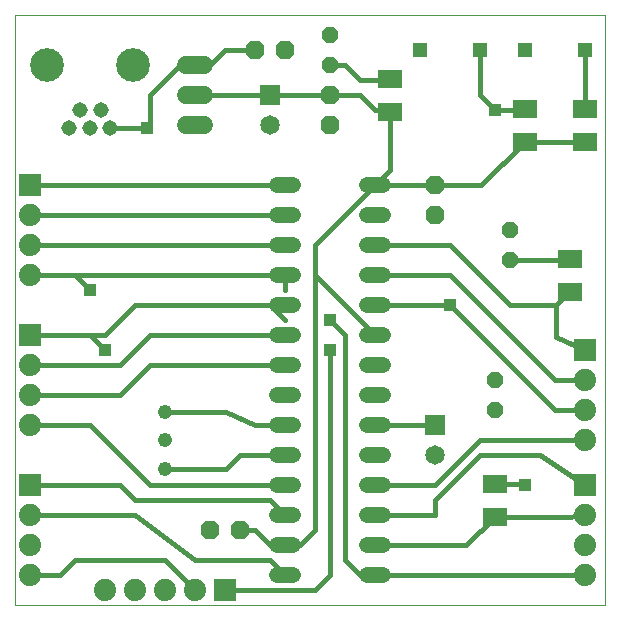
<source format=gtl>
G75*
G70*
%OFA0B0*%
%FSLAX24Y24*%
%IPPOS*%
%LPD*%
%AMOC8*
5,1,8,0,0,1.08239X$1,22.5*
%
%ADD10C,0.0000*%
%ADD11C,0.0515*%
%ADD12C,0.1122*%
%ADD13C,0.0600*%
%ADD14OC8,0.0630*%
%ADD15R,0.0650X0.0650*%
%ADD16C,0.0650*%
%ADD17R,0.0787X0.0630*%
%ADD18R,0.0740X0.0740*%
%ADD19C,0.0740*%
%ADD20OC8,0.0520*%
%ADD21C,0.0520*%
%ADD22C,0.0476*%
%ADD23R,0.0515X0.0515*%
%ADD24C,0.0160*%
%ADD25R,0.0396X0.0396*%
D10*
X000816Y000756D02*
X000816Y020441D01*
X020501Y020441D01*
X020501Y000756D01*
X000816Y000756D01*
D11*
X002616Y016656D03*
X003316Y016656D03*
X003986Y016656D03*
X003676Y017276D03*
X002986Y017276D03*
D12*
X001879Y018756D03*
X004753Y018756D03*
D13*
X006516Y018756D02*
X007116Y018756D01*
X007116Y017756D02*
X006516Y017756D01*
X006516Y016756D02*
X007116Y016756D01*
D14*
X008816Y019256D03*
X009816Y019256D03*
X011316Y017756D03*
X011316Y016756D03*
X014816Y014756D03*
X014816Y013756D03*
X008316Y003256D03*
X007316Y003256D03*
D15*
X014816Y006756D03*
X009316Y017756D03*
D16*
X009316Y016756D03*
X014816Y005756D03*
D17*
X016816Y004807D03*
X016816Y003705D03*
X019316Y011205D03*
X019316Y012307D03*
X019816Y016205D03*
X019816Y017307D03*
X017816Y017307D03*
X017816Y016205D03*
X013316Y017205D03*
X013316Y018307D03*
D18*
X019816Y009256D03*
X019816Y004756D03*
X007816Y001256D03*
X001316Y004756D03*
X001316Y009756D03*
X001316Y014756D03*
D19*
X001316Y013756D03*
X001316Y012756D03*
X001316Y011756D03*
X001316Y008756D03*
X001316Y007756D03*
X001316Y006756D03*
X001316Y003756D03*
X001316Y002756D03*
X001316Y001756D03*
X003816Y001256D03*
X004816Y001256D03*
X005816Y001256D03*
X006816Y001256D03*
X019816Y001756D03*
X019816Y002756D03*
X019816Y003756D03*
X019816Y006256D03*
X019816Y007256D03*
X019816Y008256D03*
D20*
X016816Y008256D03*
X016816Y007256D03*
X017316Y012256D03*
X017316Y013256D03*
X011316Y018756D03*
X011316Y019756D03*
D21*
X010076Y014756D02*
X009556Y014756D01*
X009556Y013756D02*
X010076Y013756D01*
X010076Y012756D02*
X009556Y012756D01*
X009556Y011756D02*
X010076Y011756D01*
X010076Y010756D02*
X009556Y010756D01*
X009556Y009756D02*
X010076Y009756D01*
X010076Y008756D02*
X009556Y008756D01*
X009556Y007756D02*
X010076Y007756D01*
X010076Y006756D02*
X009556Y006756D01*
X009556Y005756D02*
X010076Y005756D01*
X010076Y004756D02*
X009556Y004756D01*
X009556Y003756D02*
X010076Y003756D01*
X010076Y002756D02*
X009556Y002756D01*
X009556Y001756D02*
X010076Y001756D01*
X012556Y001756D02*
X013076Y001756D01*
X013076Y002756D02*
X012556Y002756D01*
X012556Y003756D02*
X013076Y003756D01*
X013076Y004756D02*
X012556Y004756D01*
X012556Y005756D02*
X013076Y005756D01*
X013076Y006756D02*
X012556Y006756D01*
X012556Y007756D02*
X013076Y007756D01*
X013076Y008756D02*
X012556Y008756D01*
X012556Y009756D02*
X013076Y009756D01*
X013076Y010756D02*
X012556Y010756D01*
X012556Y011756D02*
X013076Y011756D01*
X013076Y012756D02*
X012556Y012756D01*
X012556Y013756D02*
X013076Y013756D01*
X013076Y014756D02*
X012556Y014756D01*
D22*
X005816Y007206D03*
X005816Y006267D03*
X005816Y005306D03*
D23*
X014316Y019256D03*
X016316Y019256D03*
X017816Y019256D03*
X019816Y019256D03*
D24*
X019816Y017307D01*
X019816Y016205D02*
X017816Y016205D01*
X016368Y014756D01*
X014816Y014756D01*
X012816Y014756D01*
X010816Y012756D01*
X010816Y011756D01*
X012816Y009756D01*
X011816Y009756D02*
X011816Y002256D01*
X012316Y001756D01*
X012816Y001756D02*
X019816Y001756D01*
X019816Y003756D02*
X019265Y003705D01*
X016816Y003705D01*
X015868Y002756D01*
X012816Y002756D01*
X012816Y003756D02*
X014816Y003756D01*
X014816Y004256D01*
X016316Y005756D01*
X018316Y005756D01*
X019816Y004756D01*
X019816Y006256D02*
X016316Y006256D01*
X014816Y004756D01*
X012816Y004756D01*
X012816Y006756D02*
X014816Y006756D01*
X016816Y004807D02*
X017765Y004807D01*
X017816Y004756D01*
X018816Y007256D02*
X019816Y007256D01*
X018816Y007256D02*
X015316Y010756D01*
X012816Y010756D01*
X012816Y011756D02*
X015316Y011756D01*
X018816Y008256D01*
X019816Y008256D01*
X019816Y009256D02*
X018868Y009705D01*
X018868Y010756D01*
X019316Y011205D01*
X018868Y010756D02*
X017316Y010756D01*
X015316Y012756D01*
X012816Y012756D01*
X012816Y014756D02*
X013316Y015256D01*
X013316Y017205D01*
X013265Y017256D01*
X012816Y017256D01*
X012316Y017756D01*
X011316Y017756D01*
X009316Y017756D01*
X006816Y017756D01*
X006816Y018756D02*
X006316Y018756D01*
X005316Y017756D01*
X005316Y016756D01*
X005216Y016656D01*
X003986Y016656D01*
X001316Y014756D02*
X009816Y014756D01*
X009816Y013756D02*
X001316Y013756D01*
X001316Y012756D02*
X009816Y012756D01*
X009816Y011756D02*
X009816Y011256D01*
X009816Y011756D02*
X002816Y011756D01*
X003316Y011256D01*
X002816Y011756D02*
X001316Y011756D01*
X001316Y009756D02*
X003316Y009756D01*
X003816Y009256D01*
X003816Y009756D02*
X004816Y010756D01*
X009316Y010756D01*
X009816Y010256D01*
X009816Y009756D02*
X005316Y009756D01*
X004316Y008756D01*
X001316Y008756D01*
X001316Y007756D02*
X004316Y007756D01*
X005316Y008756D01*
X009816Y008756D01*
X011316Y009256D02*
X011316Y001756D01*
X010816Y001256D01*
X007816Y001256D01*
X006816Y001256D02*
X005816Y002256D01*
X002816Y002256D01*
X002316Y001756D01*
X001316Y001756D01*
X001316Y003756D02*
X004816Y003756D01*
X006816Y002256D01*
X009316Y002256D01*
X009816Y001756D01*
X009816Y002756D02*
X009316Y002756D01*
X008816Y003256D01*
X008316Y003256D01*
X009316Y004256D02*
X009816Y003756D01*
X009316Y004256D02*
X004816Y004256D01*
X004316Y004756D01*
X001316Y004756D01*
X001316Y006756D02*
X003316Y006756D01*
X005316Y004756D01*
X009816Y004756D01*
X009816Y005756D02*
X008316Y005756D01*
X007866Y005306D01*
X005816Y005306D01*
X005816Y007206D02*
X007866Y007206D01*
X008816Y006756D01*
X009816Y006756D01*
X011816Y009756D02*
X011316Y010256D01*
X010816Y011756D02*
X010816Y003256D01*
X010316Y002756D01*
X009816Y002756D01*
X003816Y009756D02*
X003316Y009756D01*
X006816Y018756D02*
X007316Y018756D01*
X007816Y019256D01*
X008816Y019256D01*
X011316Y018756D02*
X011816Y018756D01*
X012316Y018256D01*
X013265Y018256D01*
X013316Y018307D01*
X016316Y017756D02*
X016816Y017256D01*
X017765Y017256D01*
X017816Y017307D01*
X016316Y017756D02*
X016316Y019256D01*
X017316Y012256D02*
X019316Y012256D01*
D25*
X015316Y010756D03*
X011316Y010256D03*
X011316Y009256D03*
X017816Y004756D03*
X016816Y017256D03*
X005216Y016656D03*
X003316Y011256D03*
X003816Y009256D03*
M02*

</source>
